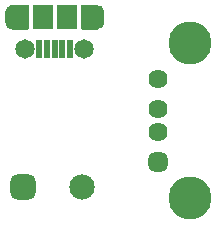
<source format=gbr>
%TF.GenerationSoftware,Altium Limited,Altium Designer,24.2.2 (26)*%
G04 Layer_Color=8388736*
%FSLAX45Y45*%
%MOMM*%
%TF.SameCoordinates,ED05C265-6832-4B09-BD0A-DE9E8D978F3E*%
%TF.FilePolarity,Negative*%
%TF.FileFunction,Soldermask,Top*%
%TF.Part,Single*%
G01*
G75*
%TA.AperFunction,Conductor*%
%ADD24C,0.70000*%
%TA.AperFunction,ConnectorPad*%
%ADD25R,0.60000X1.55000*%
%ADD26R,1.70000X2.10000*%
%TA.AperFunction,ComponentPad*%
%ADD27C,1.62000*%
G04:AMPARAMS|DCode=28|XSize=1.62mm|YSize=1.62mm|CornerRadius=0.455mm|HoleSize=0mm|Usage=FLASHONLY|Rotation=90.000|XOffset=0mm|YOffset=0mm|HoleType=Round|Shape=RoundedRectangle|*
%AMROUNDEDRECTD28*
21,1,1.62000,0.71000,0,0,90.0*
21,1,0.71000,1.62000,0,0,90.0*
1,1,0.91000,0.35500,0.35500*
1,1,0.91000,0.35500,-0.35500*
1,1,0.91000,-0.35500,-0.35500*
1,1,0.91000,-0.35500,0.35500*
%
%ADD28ROUNDEDRECTD28*%
%ADD29C,3.65000*%
%ADD30C,1.65000*%
G04:AMPARAMS|DCode=31|XSize=2.15mm|YSize=2.15mm|CornerRadius=0.5875mm|HoleSize=0mm|Usage=FLASHONLY|Rotation=0.000|XOffset=0mm|YOffset=0mm|HoleType=Round|Shape=RoundedRectangle|*
%AMROUNDEDRECTD31*
21,1,2.15000,0.97500,0,0,0.0*
21,1,0.97500,2.15000,0,0,0.0*
1,1,1.17500,0.48750,-0.48750*
1,1,1.17500,-0.48750,-0.48750*
1,1,1.17500,-0.48750,0.48750*
1,1,1.17500,0.48750,0.48750*
%
%ADD31ROUNDEDRECTD31*%
%ADD32C,2.15000*%
G36*
X4391308Y4229935D02*
X4392593Y4229680D01*
X4393834Y4229258D01*
X4395010Y4228679D01*
X4396100Y4227950D01*
X4397086Y4227086D01*
X4397950Y4226101D01*
X4398678Y4225011D01*
X4399258Y4223835D01*
X4399680Y4222594D01*
X4399935Y4221308D01*
X4400021Y4220000D01*
Y4030000D01*
X4399935Y4028692D01*
X4399680Y4027406D01*
X4399258Y4026165D01*
X4398678Y4024989D01*
X4397950Y4023899D01*
X4397086Y4022914D01*
X4396100Y4022049D01*
X4395010Y4021321D01*
X4393834Y4020741D01*
X4392593Y4020320D01*
X4391308Y4020064D01*
X4390000Y4019978D01*
X4260000D01*
X4258692Y4020064D01*
X4257406Y4020320D01*
X4256165Y4020741D01*
X4254989Y4021321D01*
X4253899Y4022049D01*
X4252914Y4022914D01*
X4252049Y4023899D01*
X4251321Y4024989D01*
X4250741Y4026165D01*
X4250320Y4027406D01*
X4250064Y4028692D01*
X4249978Y4030000D01*
Y4069976D01*
X4210002D01*
X4208694Y4070062D01*
X4207408Y4070317D01*
X4206167Y4070739D01*
X4205587Y4071024D01*
X4204991Y4071318D01*
X4203901Y4072046D01*
X4202916Y4072911D01*
Y4072911D01*
X4202916D01*
X4202051Y4073897D01*
X4201323Y4074987D01*
X4201029Y4075582D01*
X4200743Y4076162D01*
X4200322Y4077403D01*
X4200066Y4078689D01*
X4199980Y4079997D01*
X4199978Y4170000D01*
Y4170000D01*
D01*
X4200064Y4171308D01*
X4200320Y4172593D01*
X4200741Y4173835D01*
X4201027Y4174414D01*
X4201321Y4175010D01*
X4202049Y4176100D01*
X4202913Y4177086D01*
X4202913D01*
Y4177086D01*
X4203899Y4177950D01*
X4204989Y4178678D01*
X4205584Y4178972D01*
X4206164Y4179258D01*
X4207406Y4179680D01*
X4208691Y4179935D01*
X4209999Y4180021D01*
D01*
X4209999D01*
X4249978D01*
Y4220000D01*
X4250064Y4221308D01*
X4250320Y4222594D01*
X4250741Y4223835D01*
X4251321Y4225011D01*
X4252049Y4226101D01*
X4252914Y4227086D01*
X4253899Y4227950D01*
X4254989Y4228679D01*
X4256165Y4229258D01*
X4257406Y4229680D01*
X4258692Y4229935D01*
X4260000Y4230021D01*
X4390000D01*
X4391308Y4229935D01*
D02*
G37*
G36*
X4981308D02*
X4982593Y4229680D01*
X4983835Y4229258D01*
X4985010Y4228679D01*
X4986100Y4227950D01*
X4987086Y4227086D01*
X4987950Y4226101D01*
X4988678Y4225011D01*
X4989258Y4223835D01*
X4989680Y4222594D01*
X4989935Y4221308D01*
X4990021Y4220000D01*
Y4180024D01*
X5029998D01*
X5031306Y4179938D01*
X5032591Y4179683D01*
X5033832Y4179261D01*
X5034412Y4178975D01*
X5035008Y4178682D01*
X5036098Y4177953D01*
X5037083Y4177089D01*
Y4177089D01*
X5037084D01*
X5037948Y4176103D01*
X5038676Y4175013D01*
X5038970Y4174418D01*
X5039256Y4173838D01*
X5039677Y4172596D01*
X5039933Y4171311D01*
X5040019Y4170003D01*
X5040021Y4080000D01*
Y4080000D01*
D01*
X5039935Y4078692D01*
X5039680Y4077406D01*
X5039258Y4076165D01*
X5038973Y4075585D01*
X5038679Y4074990D01*
X5037951Y4073900D01*
X5037086Y4072914D01*
X5037086D01*
Y4072914D01*
X5036100Y4072050D01*
X5035011Y4071321D01*
X5034415Y4071027D01*
X5033835Y4070741D01*
X5032594Y4070320D01*
X5031308Y4070065D01*
X5030000Y4069979D01*
D01*
X5030000D01*
X4990021D01*
Y4030000D01*
X4989935Y4028692D01*
X4989680Y4027406D01*
X4989258Y4026165D01*
X4988678Y4024989D01*
X4987950Y4023899D01*
X4987086Y4022914D01*
X4986100Y4022049D01*
X4985010Y4021321D01*
X4983835Y4020741D01*
X4982593Y4020320D01*
X4981308Y4020064D01*
X4980000Y4019978D01*
X4850000D01*
X4848692Y4020064D01*
X4847406Y4020320D01*
X4846165Y4020741D01*
X4844989Y4021321D01*
X4843899Y4022049D01*
X4842914Y4022914D01*
X4842049Y4023899D01*
X4841321Y4024989D01*
X4840741Y4026165D01*
X4840320Y4027406D01*
X4840064Y4028692D01*
X4839978Y4030000D01*
Y4220000D01*
X4840064Y4221308D01*
X4840320Y4222594D01*
X4840741Y4223835D01*
X4841321Y4225011D01*
X4842049Y4226101D01*
X4842914Y4227086D01*
X4843899Y4227950D01*
X4844989Y4228679D01*
X4846165Y4229258D01*
X4847406Y4229680D01*
X4848692Y4229935D01*
X4850000Y4230021D01*
X4980000D01*
X4981308Y4229935D01*
D02*
G37*
D24*
X5005000Y4170000D02*
G03*
X5005000Y4170000I-25000J0D01*
G01*
Y4080000D02*
G03*
X5005000Y4080000I-25000J0D01*
G01*
X4285000Y4170000D02*
G03*
X4285000Y4170000I-25000J0D01*
G01*
Y4080000D02*
G03*
X4285000Y4080000I-25000J0D01*
G01*
D25*
X4750000Y3855000D02*
D03*
X4685000D02*
D03*
X4620000D02*
D03*
X4555000D02*
D03*
X4490000D02*
D03*
D26*
X4720000Y4125000D02*
D03*
X4520000D02*
D03*
D27*
X5491000Y3350000D02*
D03*
Y3150000D02*
D03*
Y3600000D02*
D03*
D28*
Y2900000D02*
D03*
D29*
X5762000Y2593000D02*
D03*
Y3907000D02*
D03*
D30*
X4370000Y3855000D02*
D03*
X4870000D02*
D03*
D31*
X4350000Y2684998D02*
D03*
D32*
X4849999D02*
D03*
%TF.MD5,54b11d33cc1faf60e0d5ca699f95e99b*%
M02*

</source>
